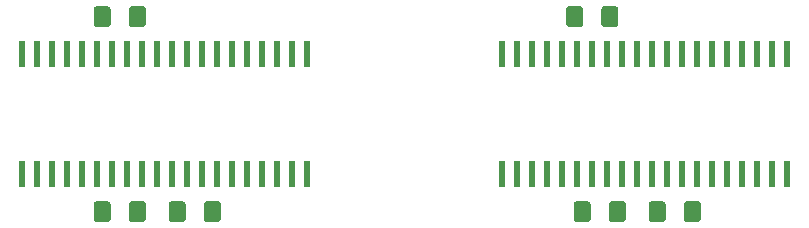
<source format=gtp>
G04 #@! TF.GenerationSoftware,KiCad,Pcbnew,(5.1.2-1)-1*
G04 #@! TF.CreationDate,2019-06-02T15:15:07+01:00*
G04 #@! TF.ProjectId,DRAM Board,4452414d-2042-46f6-9172-642e6b696361,rev?*
G04 #@! TF.SameCoordinates,Original*
G04 #@! TF.FileFunction,Paste,Top*
G04 #@! TF.FilePolarity,Positive*
%FSLAX46Y46*%
G04 Gerber Fmt 4.6, Leading zero omitted, Abs format (unit mm)*
G04 Created by KiCad (PCBNEW (5.1.2-1)-1) date 2019-06-02 15:15:07*
%MOMM*%
%LPD*%
G04 APERTURE LIST*
%ADD10C,0.100000*%
%ADD11C,1.425000*%
%ADD12R,0.500000X2.200000*%
G04 APERTURE END LIST*
D10*
G36*
X167909504Y-96281204D02*
G01*
X167933773Y-96284804D01*
X167957571Y-96290765D01*
X167980671Y-96299030D01*
X168002849Y-96309520D01*
X168023893Y-96322133D01*
X168043598Y-96336747D01*
X168061777Y-96353223D01*
X168078253Y-96371402D01*
X168092867Y-96391107D01*
X168105480Y-96412151D01*
X168115970Y-96434329D01*
X168124235Y-96457429D01*
X168130196Y-96481227D01*
X168133796Y-96505496D01*
X168135000Y-96530000D01*
X168135000Y-97780000D01*
X168133796Y-97804504D01*
X168130196Y-97828773D01*
X168124235Y-97852571D01*
X168115970Y-97875671D01*
X168105480Y-97897849D01*
X168092867Y-97918893D01*
X168078253Y-97938598D01*
X168061777Y-97956777D01*
X168043598Y-97973253D01*
X168023893Y-97987867D01*
X168002849Y-98000480D01*
X167980671Y-98010970D01*
X167957571Y-98019235D01*
X167933773Y-98025196D01*
X167909504Y-98028796D01*
X167885000Y-98030000D01*
X166960000Y-98030000D01*
X166935496Y-98028796D01*
X166911227Y-98025196D01*
X166887429Y-98019235D01*
X166864329Y-98010970D01*
X166842151Y-98000480D01*
X166821107Y-97987867D01*
X166801402Y-97973253D01*
X166783223Y-97956777D01*
X166766747Y-97938598D01*
X166752133Y-97918893D01*
X166739520Y-97897849D01*
X166729030Y-97875671D01*
X166720765Y-97852571D01*
X166714804Y-97828773D01*
X166711204Y-97804504D01*
X166710000Y-97780000D01*
X166710000Y-96530000D01*
X166711204Y-96505496D01*
X166714804Y-96481227D01*
X166720765Y-96457429D01*
X166729030Y-96434329D01*
X166739520Y-96412151D01*
X166752133Y-96391107D01*
X166766747Y-96371402D01*
X166783223Y-96353223D01*
X166801402Y-96336747D01*
X166821107Y-96322133D01*
X166842151Y-96309520D01*
X166864329Y-96299030D01*
X166887429Y-96290765D01*
X166911227Y-96284804D01*
X166935496Y-96281204D01*
X166960000Y-96280000D01*
X167885000Y-96280000D01*
X167909504Y-96281204D01*
X167909504Y-96281204D01*
G37*
D11*
X167422500Y-97155000D03*
D10*
G36*
X170884504Y-96281204D02*
G01*
X170908773Y-96284804D01*
X170932571Y-96290765D01*
X170955671Y-96299030D01*
X170977849Y-96309520D01*
X170998893Y-96322133D01*
X171018598Y-96336747D01*
X171036777Y-96353223D01*
X171053253Y-96371402D01*
X171067867Y-96391107D01*
X171080480Y-96412151D01*
X171090970Y-96434329D01*
X171099235Y-96457429D01*
X171105196Y-96481227D01*
X171108796Y-96505496D01*
X171110000Y-96530000D01*
X171110000Y-97780000D01*
X171108796Y-97804504D01*
X171105196Y-97828773D01*
X171099235Y-97852571D01*
X171090970Y-97875671D01*
X171080480Y-97897849D01*
X171067867Y-97918893D01*
X171053253Y-97938598D01*
X171036777Y-97956777D01*
X171018598Y-97973253D01*
X170998893Y-97987867D01*
X170977849Y-98000480D01*
X170955671Y-98010970D01*
X170932571Y-98019235D01*
X170908773Y-98025196D01*
X170884504Y-98028796D01*
X170860000Y-98030000D01*
X169935000Y-98030000D01*
X169910496Y-98028796D01*
X169886227Y-98025196D01*
X169862429Y-98019235D01*
X169839329Y-98010970D01*
X169817151Y-98000480D01*
X169796107Y-97987867D01*
X169776402Y-97973253D01*
X169758223Y-97956777D01*
X169741747Y-97938598D01*
X169727133Y-97918893D01*
X169714520Y-97897849D01*
X169704030Y-97875671D01*
X169695765Y-97852571D01*
X169689804Y-97828773D01*
X169686204Y-97804504D01*
X169685000Y-97780000D01*
X169685000Y-96530000D01*
X169686204Y-96505496D01*
X169689804Y-96481227D01*
X169695765Y-96457429D01*
X169704030Y-96434329D01*
X169714520Y-96412151D01*
X169727133Y-96391107D01*
X169741747Y-96371402D01*
X169758223Y-96353223D01*
X169776402Y-96336747D01*
X169796107Y-96322133D01*
X169817151Y-96309520D01*
X169839329Y-96299030D01*
X169862429Y-96290765D01*
X169886227Y-96284804D01*
X169910496Y-96281204D01*
X169935000Y-96280000D01*
X170860000Y-96280000D01*
X170884504Y-96281204D01*
X170884504Y-96281204D01*
G37*
D11*
X170397500Y-97155000D03*
D10*
G36*
X174259504Y-96281204D02*
G01*
X174283773Y-96284804D01*
X174307571Y-96290765D01*
X174330671Y-96299030D01*
X174352849Y-96309520D01*
X174373893Y-96322133D01*
X174393598Y-96336747D01*
X174411777Y-96353223D01*
X174428253Y-96371402D01*
X174442867Y-96391107D01*
X174455480Y-96412151D01*
X174465970Y-96434329D01*
X174474235Y-96457429D01*
X174480196Y-96481227D01*
X174483796Y-96505496D01*
X174485000Y-96530000D01*
X174485000Y-97780000D01*
X174483796Y-97804504D01*
X174480196Y-97828773D01*
X174474235Y-97852571D01*
X174465970Y-97875671D01*
X174455480Y-97897849D01*
X174442867Y-97918893D01*
X174428253Y-97938598D01*
X174411777Y-97956777D01*
X174393598Y-97973253D01*
X174373893Y-97987867D01*
X174352849Y-98000480D01*
X174330671Y-98010970D01*
X174307571Y-98019235D01*
X174283773Y-98025196D01*
X174259504Y-98028796D01*
X174235000Y-98030000D01*
X173310000Y-98030000D01*
X173285496Y-98028796D01*
X173261227Y-98025196D01*
X173237429Y-98019235D01*
X173214329Y-98010970D01*
X173192151Y-98000480D01*
X173171107Y-97987867D01*
X173151402Y-97973253D01*
X173133223Y-97956777D01*
X173116747Y-97938598D01*
X173102133Y-97918893D01*
X173089520Y-97897849D01*
X173079030Y-97875671D01*
X173070765Y-97852571D01*
X173064804Y-97828773D01*
X173061204Y-97804504D01*
X173060000Y-97780000D01*
X173060000Y-96530000D01*
X173061204Y-96505496D01*
X173064804Y-96481227D01*
X173070765Y-96457429D01*
X173079030Y-96434329D01*
X173089520Y-96412151D01*
X173102133Y-96391107D01*
X173116747Y-96371402D01*
X173133223Y-96353223D01*
X173151402Y-96336747D01*
X173171107Y-96322133D01*
X173192151Y-96309520D01*
X173214329Y-96299030D01*
X173237429Y-96290765D01*
X173261227Y-96284804D01*
X173285496Y-96281204D01*
X173310000Y-96280000D01*
X174235000Y-96280000D01*
X174259504Y-96281204D01*
X174259504Y-96281204D01*
G37*
D11*
X173772500Y-97155000D03*
D10*
G36*
X177234504Y-96281204D02*
G01*
X177258773Y-96284804D01*
X177282571Y-96290765D01*
X177305671Y-96299030D01*
X177327849Y-96309520D01*
X177348893Y-96322133D01*
X177368598Y-96336747D01*
X177386777Y-96353223D01*
X177403253Y-96371402D01*
X177417867Y-96391107D01*
X177430480Y-96412151D01*
X177440970Y-96434329D01*
X177449235Y-96457429D01*
X177455196Y-96481227D01*
X177458796Y-96505496D01*
X177460000Y-96530000D01*
X177460000Y-97780000D01*
X177458796Y-97804504D01*
X177455196Y-97828773D01*
X177449235Y-97852571D01*
X177440970Y-97875671D01*
X177430480Y-97897849D01*
X177417867Y-97918893D01*
X177403253Y-97938598D01*
X177386777Y-97956777D01*
X177368598Y-97973253D01*
X177348893Y-97987867D01*
X177327849Y-98000480D01*
X177305671Y-98010970D01*
X177282571Y-98019235D01*
X177258773Y-98025196D01*
X177234504Y-98028796D01*
X177210000Y-98030000D01*
X176285000Y-98030000D01*
X176260496Y-98028796D01*
X176236227Y-98025196D01*
X176212429Y-98019235D01*
X176189329Y-98010970D01*
X176167151Y-98000480D01*
X176146107Y-97987867D01*
X176126402Y-97973253D01*
X176108223Y-97956777D01*
X176091747Y-97938598D01*
X176077133Y-97918893D01*
X176064520Y-97897849D01*
X176054030Y-97875671D01*
X176045765Y-97852571D01*
X176039804Y-97828773D01*
X176036204Y-97804504D01*
X176035000Y-97780000D01*
X176035000Y-96530000D01*
X176036204Y-96505496D01*
X176039804Y-96481227D01*
X176045765Y-96457429D01*
X176054030Y-96434329D01*
X176064520Y-96412151D01*
X176077133Y-96391107D01*
X176091747Y-96371402D01*
X176108223Y-96353223D01*
X176126402Y-96336747D01*
X176146107Y-96322133D01*
X176167151Y-96309520D01*
X176189329Y-96299030D01*
X176212429Y-96290765D01*
X176236227Y-96284804D01*
X176260496Y-96281204D01*
X176285000Y-96280000D01*
X177210000Y-96280000D01*
X177234504Y-96281204D01*
X177234504Y-96281204D01*
G37*
D11*
X176747500Y-97155000D03*
D10*
G36*
X167909504Y-79771204D02*
G01*
X167933773Y-79774804D01*
X167957571Y-79780765D01*
X167980671Y-79789030D01*
X168002849Y-79799520D01*
X168023893Y-79812133D01*
X168043598Y-79826747D01*
X168061777Y-79843223D01*
X168078253Y-79861402D01*
X168092867Y-79881107D01*
X168105480Y-79902151D01*
X168115970Y-79924329D01*
X168124235Y-79947429D01*
X168130196Y-79971227D01*
X168133796Y-79995496D01*
X168135000Y-80020000D01*
X168135000Y-81270000D01*
X168133796Y-81294504D01*
X168130196Y-81318773D01*
X168124235Y-81342571D01*
X168115970Y-81365671D01*
X168105480Y-81387849D01*
X168092867Y-81408893D01*
X168078253Y-81428598D01*
X168061777Y-81446777D01*
X168043598Y-81463253D01*
X168023893Y-81477867D01*
X168002849Y-81490480D01*
X167980671Y-81500970D01*
X167957571Y-81509235D01*
X167933773Y-81515196D01*
X167909504Y-81518796D01*
X167885000Y-81520000D01*
X166960000Y-81520000D01*
X166935496Y-81518796D01*
X166911227Y-81515196D01*
X166887429Y-81509235D01*
X166864329Y-81500970D01*
X166842151Y-81490480D01*
X166821107Y-81477867D01*
X166801402Y-81463253D01*
X166783223Y-81446777D01*
X166766747Y-81428598D01*
X166752133Y-81408893D01*
X166739520Y-81387849D01*
X166729030Y-81365671D01*
X166720765Y-81342571D01*
X166714804Y-81318773D01*
X166711204Y-81294504D01*
X166710000Y-81270000D01*
X166710000Y-80020000D01*
X166711204Y-79995496D01*
X166714804Y-79971227D01*
X166720765Y-79947429D01*
X166729030Y-79924329D01*
X166739520Y-79902151D01*
X166752133Y-79881107D01*
X166766747Y-79861402D01*
X166783223Y-79843223D01*
X166801402Y-79826747D01*
X166821107Y-79812133D01*
X166842151Y-79799520D01*
X166864329Y-79789030D01*
X166887429Y-79780765D01*
X166911227Y-79774804D01*
X166935496Y-79771204D01*
X166960000Y-79770000D01*
X167885000Y-79770000D01*
X167909504Y-79771204D01*
X167909504Y-79771204D01*
G37*
D11*
X167422500Y-80645000D03*
D10*
G36*
X170884504Y-79771204D02*
G01*
X170908773Y-79774804D01*
X170932571Y-79780765D01*
X170955671Y-79789030D01*
X170977849Y-79799520D01*
X170998893Y-79812133D01*
X171018598Y-79826747D01*
X171036777Y-79843223D01*
X171053253Y-79861402D01*
X171067867Y-79881107D01*
X171080480Y-79902151D01*
X171090970Y-79924329D01*
X171099235Y-79947429D01*
X171105196Y-79971227D01*
X171108796Y-79995496D01*
X171110000Y-80020000D01*
X171110000Y-81270000D01*
X171108796Y-81294504D01*
X171105196Y-81318773D01*
X171099235Y-81342571D01*
X171090970Y-81365671D01*
X171080480Y-81387849D01*
X171067867Y-81408893D01*
X171053253Y-81428598D01*
X171036777Y-81446777D01*
X171018598Y-81463253D01*
X170998893Y-81477867D01*
X170977849Y-81490480D01*
X170955671Y-81500970D01*
X170932571Y-81509235D01*
X170908773Y-81515196D01*
X170884504Y-81518796D01*
X170860000Y-81520000D01*
X169935000Y-81520000D01*
X169910496Y-81518796D01*
X169886227Y-81515196D01*
X169862429Y-81509235D01*
X169839329Y-81500970D01*
X169817151Y-81490480D01*
X169796107Y-81477867D01*
X169776402Y-81463253D01*
X169758223Y-81446777D01*
X169741747Y-81428598D01*
X169727133Y-81408893D01*
X169714520Y-81387849D01*
X169704030Y-81365671D01*
X169695765Y-81342571D01*
X169689804Y-81318773D01*
X169686204Y-81294504D01*
X169685000Y-81270000D01*
X169685000Y-80020000D01*
X169686204Y-79995496D01*
X169689804Y-79971227D01*
X169695765Y-79947429D01*
X169704030Y-79924329D01*
X169714520Y-79902151D01*
X169727133Y-79881107D01*
X169741747Y-79861402D01*
X169758223Y-79843223D01*
X169776402Y-79826747D01*
X169796107Y-79812133D01*
X169817151Y-79799520D01*
X169839329Y-79789030D01*
X169862429Y-79780765D01*
X169886227Y-79774804D01*
X169910496Y-79771204D01*
X169935000Y-79770000D01*
X170860000Y-79770000D01*
X170884504Y-79771204D01*
X170884504Y-79771204D01*
G37*
D11*
X170397500Y-80645000D03*
D10*
G36*
X211524504Y-96281204D02*
G01*
X211548773Y-96284804D01*
X211572571Y-96290765D01*
X211595671Y-96299030D01*
X211617849Y-96309520D01*
X211638893Y-96322133D01*
X211658598Y-96336747D01*
X211676777Y-96353223D01*
X211693253Y-96371402D01*
X211707867Y-96391107D01*
X211720480Y-96412151D01*
X211730970Y-96434329D01*
X211739235Y-96457429D01*
X211745196Y-96481227D01*
X211748796Y-96505496D01*
X211750000Y-96530000D01*
X211750000Y-97780000D01*
X211748796Y-97804504D01*
X211745196Y-97828773D01*
X211739235Y-97852571D01*
X211730970Y-97875671D01*
X211720480Y-97897849D01*
X211707867Y-97918893D01*
X211693253Y-97938598D01*
X211676777Y-97956777D01*
X211658598Y-97973253D01*
X211638893Y-97987867D01*
X211617849Y-98000480D01*
X211595671Y-98010970D01*
X211572571Y-98019235D01*
X211548773Y-98025196D01*
X211524504Y-98028796D01*
X211500000Y-98030000D01*
X210575000Y-98030000D01*
X210550496Y-98028796D01*
X210526227Y-98025196D01*
X210502429Y-98019235D01*
X210479329Y-98010970D01*
X210457151Y-98000480D01*
X210436107Y-97987867D01*
X210416402Y-97973253D01*
X210398223Y-97956777D01*
X210381747Y-97938598D01*
X210367133Y-97918893D01*
X210354520Y-97897849D01*
X210344030Y-97875671D01*
X210335765Y-97852571D01*
X210329804Y-97828773D01*
X210326204Y-97804504D01*
X210325000Y-97780000D01*
X210325000Y-96530000D01*
X210326204Y-96505496D01*
X210329804Y-96481227D01*
X210335765Y-96457429D01*
X210344030Y-96434329D01*
X210354520Y-96412151D01*
X210367133Y-96391107D01*
X210381747Y-96371402D01*
X210398223Y-96353223D01*
X210416402Y-96336747D01*
X210436107Y-96322133D01*
X210457151Y-96309520D01*
X210479329Y-96299030D01*
X210502429Y-96290765D01*
X210526227Y-96284804D01*
X210550496Y-96281204D01*
X210575000Y-96280000D01*
X211500000Y-96280000D01*
X211524504Y-96281204D01*
X211524504Y-96281204D01*
G37*
D11*
X211037500Y-97155000D03*
D10*
G36*
X208549504Y-96281204D02*
G01*
X208573773Y-96284804D01*
X208597571Y-96290765D01*
X208620671Y-96299030D01*
X208642849Y-96309520D01*
X208663893Y-96322133D01*
X208683598Y-96336747D01*
X208701777Y-96353223D01*
X208718253Y-96371402D01*
X208732867Y-96391107D01*
X208745480Y-96412151D01*
X208755970Y-96434329D01*
X208764235Y-96457429D01*
X208770196Y-96481227D01*
X208773796Y-96505496D01*
X208775000Y-96530000D01*
X208775000Y-97780000D01*
X208773796Y-97804504D01*
X208770196Y-97828773D01*
X208764235Y-97852571D01*
X208755970Y-97875671D01*
X208745480Y-97897849D01*
X208732867Y-97918893D01*
X208718253Y-97938598D01*
X208701777Y-97956777D01*
X208683598Y-97973253D01*
X208663893Y-97987867D01*
X208642849Y-98000480D01*
X208620671Y-98010970D01*
X208597571Y-98019235D01*
X208573773Y-98025196D01*
X208549504Y-98028796D01*
X208525000Y-98030000D01*
X207600000Y-98030000D01*
X207575496Y-98028796D01*
X207551227Y-98025196D01*
X207527429Y-98019235D01*
X207504329Y-98010970D01*
X207482151Y-98000480D01*
X207461107Y-97987867D01*
X207441402Y-97973253D01*
X207423223Y-97956777D01*
X207406747Y-97938598D01*
X207392133Y-97918893D01*
X207379520Y-97897849D01*
X207369030Y-97875671D01*
X207360765Y-97852571D01*
X207354804Y-97828773D01*
X207351204Y-97804504D01*
X207350000Y-97780000D01*
X207350000Y-96530000D01*
X207351204Y-96505496D01*
X207354804Y-96481227D01*
X207360765Y-96457429D01*
X207369030Y-96434329D01*
X207379520Y-96412151D01*
X207392133Y-96391107D01*
X207406747Y-96371402D01*
X207423223Y-96353223D01*
X207441402Y-96336747D01*
X207461107Y-96322133D01*
X207482151Y-96309520D01*
X207504329Y-96299030D01*
X207527429Y-96290765D01*
X207551227Y-96284804D01*
X207575496Y-96281204D01*
X207600000Y-96280000D01*
X208525000Y-96280000D01*
X208549504Y-96281204D01*
X208549504Y-96281204D01*
G37*
D11*
X208062500Y-97155000D03*
D10*
G36*
X217874504Y-96281204D02*
G01*
X217898773Y-96284804D01*
X217922571Y-96290765D01*
X217945671Y-96299030D01*
X217967849Y-96309520D01*
X217988893Y-96322133D01*
X218008598Y-96336747D01*
X218026777Y-96353223D01*
X218043253Y-96371402D01*
X218057867Y-96391107D01*
X218070480Y-96412151D01*
X218080970Y-96434329D01*
X218089235Y-96457429D01*
X218095196Y-96481227D01*
X218098796Y-96505496D01*
X218100000Y-96530000D01*
X218100000Y-97780000D01*
X218098796Y-97804504D01*
X218095196Y-97828773D01*
X218089235Y-97852571D01*
X218080970Y-97875671D01*
X218070480Y-97897849D01*
X218057867Y-97918893D01*
X218043253Y-97938598D01*
X218026777Y-97956777D01*
X218008598Y-97973253D01*
X217988893Y-97987867D01*
X217967849Y-98000480D01*
X217945671Y-98010970D01*
X217922571Y-98019235D01*
X217898773Y-98025196D01*
X217874504Y-98028796D01*
X217850000Y-98030000D01*
X216925000Y-98030000D01*
X216900496Y-98028796D01*
X216876227Y-98025196D01*
X216852429Y-98019235D01*
X216829329Y-98010970D01*
X216807151Y-98000480D01*
X216786107Y-97987867D01*
X216766402Y-97973253D01*
X216748223Y-97956777D01*
X216731747Y-97938598D01*
X216717133Y-97918893D01*
X216704520Y-97897849D01*
X216694030Y-97875671D01*
X216685765Y-97852571D01*
X216679804Y-97828773D01*
X216676204Y-97804504D01*
X216675000Y-97780000D01*
X216675000Y-96530000D01*
X216676204Y-96505496D01*
X216679804Y-96481227D01*
X216685765Y-96457429D01*
X216694030Y-96434329D01*
X216704520Y-96412151D01*
X216717133Y-96391107D01*
X216731747Y-96371402D01*
X216748223Y-96353223D01*
X216766402Y-96336747D01*
X216786107Y-96322133D01*
X216807151Y-96309520D01*
X216829329Y-96299030D01*
X216852429Y-96290765D01*
X216876227Y-96284804D01*
X216900496Y-96281204D01*
X216925000Y-96280000D01*
X217850000Y-96280000D01*
X217874504Y-96281204D01*
X217874504Y-96281204D01*
G37*
D11*
X217387500Y-97155000D03*
D10*
G36*
X214899504Y-96281204D02*
G01*
X214923773Y-96284804D01*
X214947571Y-96290765D01*
X214970671Y-96299030D01*
X214992849Y-96309520D01*
X215013893Y-96322133D01*
X215033598Y-96336747D01*
X215051777Y-96353223D01*
X215068253Y-96371402D01*
X215082867Y-96391107D01*
X215095480Y-96412151D01*
X215105970Y-96434329D01*
X215114235Y-96457429D01*
X215120196Y-96481227D01*
X215123796Y-96505496D01*
X215125000Y-96530000D01*
X215125000Y-97780000D01*
X215123796Y-97804504D01*
X215120196Y-97828773D01*
X215114235Y-97852571D01*
X215105970Y-97875671D01*
X215095480Y-97897849D01*
X215082867Y-97918893D01*
X215068253Y-97938598D01*
X215051777Y-97956777D01*
X215033598Y-97973253D01*
X215013893Y-97987867D01*
X214992849Y-98000480D01*
X214970671Y-98010970D01*
X214947571Y-98019235D01*
X214923773Y-98025196D01*
X214899504Y-98028796D01*
X214875000Y-98030000D01*
X213950000Y-98030000D01*
X213925496Y-98028796D01*
X213901227Y-98025196D01*
X213877429Y-98019235D01*
X213854329Y-98010970D01*
X213832151Y-98000480D01*
X213811107Y-97987867D01*
X213791402Y-97973253D01*
X213773223Y-97956777D01*
X213756747Y-97938598D01*
X213742133Y-97918893D01*
X213729520Y-97897849D01*
X213719030Y-97875671D01*
X213710765Y-97852571D01*
X213704804Y-97828773D01*
X213701204Y-97804504D01*
X213700000Y-97780000D01*
X213700000Y-96530000D01*
X213701204Y-96505496D01*
X213704804Y-96481227D01*
X213710765Y-96457429D01*
X213719030Y-96434329D01*
X213729520Y-96412151D01*
X213742133Y-96391107D01*
X213756747Y-96371402D01*
X213773223Y-96353223D01*
X213791402Y-96336747D01*
X213811107Y-96322133D01*
X213832151Y-96309520D01*
X213854329Y-96299030D01*
X213877429Y-96290765D01*
X213901227Y-96284804D01*
X213925496Y-96281204D01*
X213950000Y-96280000D01*
X214875000Y-96280000D01*
X214899504Y-96281204D01*
X214899504Y-96281204D01*
G37*
D11*
X214412500Y-97155000D03*
D10*
G36*
X210889504Y-79771204D02*
G01*
X210913773Y-79774804D01*
X210937571Y-79780765D01*
X210960671Y-79789030D01*
X210982849Y-79799520D01*
X211003893Y-79812133D01*
X211023598Y-79826747D01*
X211041777Y-79843223D01*
X211058253Y-79861402D01*
X211072867Y-79881107D01*
X211085480Y-79902151D01*
X211095970Y-79924329D01*
X211104235Y-79947429D01*
X211110196Y-79971227D01*
X211113796Y-79995496D01*
X211115000Y-80020000D01*
X211115000Y-81270000D01*
X211113796Y-81294504D01*
X211110196Y-81318773D01*
X211104235Y-81342571D01*
X211095970Y-81365671D01*
X211085480Y-81387849D01*
X211072867Y-81408893D01*
X211058253Y-81428598D01*
X211041777Y-81446777D01*
X211023598Y-81463253D01*
X211003893Y-81477867D01*
X210982849Y-81490480D01*
X210960671Y-81500970D01*
X210937571Y-81509235D01*
X210913773Y-81515196D01*
X210889504Y-81518796D01*
X210865000Y-81520000D01*
X209940000Y-81520000D01*
X209915496Y-81518796D01*
X209891227Y-81515196D01*
X209867429Y-81509235D01*
X209844329Y-81500970D01*
X209822151Y-81490480D01*
X209801107Y-81477867D01*
X209781402Y-81463253D01*
X209763223Y-81446777D01*
X209746747Y-81428598D01*
X209732133Y-81408893D01*
X209719520Y-81387849D01*
X209709030Y-81365671D01*
X209700765Y-81342571D01*
X209694804Y-81318773D01*
X209691204Y-81294504D01*
X209690000Y-81270000D01*
X209690000Y-80020000D01*
X209691204Y-79995496D01*
X209694804Y-79971227D01*
X209700765Y-79947429D01*
X209709030Y-79924329D01*
X209719520Y-79902151D01*
X209732133Y-79881107D01*
X209746747Y-79861402D01*
X209763223Y-79843223D01*
X209781402Y-79826747D01*
X209801107Y-79812133D01*
X209822151Y-79799520D01*
X209844329Y-79789030D01*
X209867429Y-79780765D01*
X209891227Y-79774804D01*
X209915496Y-79771204D01*
X209940000Y-79770000D01*
X210865000Y-79770000D01*
X210889504Y-79771204D01*
X210889504Y-79771204D01*
G37*
D11*
X210402500Y-80645000D03*
D10*
G36*
X207914504Y-79771204D02*
G01*
X207938773Y-79774804D01*
X207962571Y-79780765D01*
X207985671Y-79789030D01*
X208007849Y-79799520D01*
X208028893Y-79812133D01*
X208048598Y-79826747D01*
X208066777Y-79843223D01*
X208083253Y-79861402D01*
X208097867Y-79881107D01*
X208110480Y-79902151D01*
X208120970Y-79924329D01*
X208129235Y-79947429D01*
X208135196Y-79971227D01*
X208138796Y-79995496D01*
X208140000Y-80020000D01*
X208140000Y-81270000D01*
X208138796Y-81294504D01*
X208135196Y-81318773D01*
X208129235Y-81342571D01*
X208120970Y-81365671D01*
X208110480Y-81387849D01*
X208097867Y-81408893D01*
X208083253Y-81428598D01*
X208066777Y-81446777D01*
X208048598Y-81463253D01*
X208028893Y-81477867D01*
X208007849Y-81490480D01*
X207985671Y-81500970D01*
X207962571Y-81509235D01*
X207938773Y-81515196D01*
X207914504Y-81518796D01*
X207890000Y-81520000D01*
X206965000Y-81520000D01*
X206940496Y-81518796D01*
X206916227Y-81515196D01*
X206892429Y-81509235D01*
X206869329Y-81500970D01*
X206847151Y-81490480D01*
X206826107Y-81477867D01*
X206806402Y-81463253D01*
X206788223Y-81446777D01*
X206771747Y-81428598D01*
X206757133Y-81408893D01*
X206744520Y-81387849D01*
X206734030Y-81365671D01*
X206725765Y-81342571D01*
X206719804Y-81318773D01*
X206716204Y-81294504D01*
X206715000Y-81270000D01*
X206715000Y-80020000D01*
X206716204Y-79995496D01*
X206719804Y-79971227D01*
X206725765Y-79947429D01*
X206734030Y-79924329D01*
X206744520Y-79902151D01*
X206757133Y-79881107D01*
X206771747Y-79861402D01*
X206788223Y-79843223D01*
X206806402Y-79826747D01*
X206826107Y-79812133D01*
X206847151Y-79799520D01*
X206869329Y-79789030D01*
X206892429Y-79780765D01*
X206916227Y-79774804D01*
X206940496Y-79771204D01*
X206965000Y-79770000D01*
X207890000Y-79770000D01*
X207914504Y-79771204D01*
X207914504Y-79771204D01*
G37*
D11*
X207427500Y-80645000D03*
D12*
X160655000Y-83820000D03*
X160655000Y-93980000D03*
X161925000Y-83820000D03*
X161925000Y-93980000D03*
X163195000Y-83820000D03*
X163195000Y-93980000D03*
X164465000Y-83820000D03*
X164465000Y-93980000D03*
X165735000Y-83820000D03*
X165735000Y-93980000D03*
X167005000Y-83820000D03*
X167005000Y-93980000D03*
X168275000Y-83820000D03*
X168275000Y-93980000D03*
X169545000Y-83820000D03*
X169545000Y-93980000D03*
X170815000Y-83820000D03*
X170815000Y-93980000D03*
X172085000Y-83820000D03*
X172085000Y-93980000D03*
X173355000Y-83820000D03*
X173355000Y-93980000D03*
X174625000Y-83820000D03*
X174625000Y-93980000D03*
X175895000Y-83820000D03*
X175895000Y-93980000D03*
X177165000Y-83820000D03*
X177165000Y-93980000D03*
X178435000Y-83820000D03*
X178435000Y-93980000D03*
X179705000Y-83820000D03*
X179705000Y-93980000D03*
X180975000Y-83820000D03*
X180975000Y-93980000D03*
X182245000Y-83820000D03*
X182245000Y-93980000D03*
X183515000Y-83820000D03*
X183515000Y-93980000D03*
X184785000Y-83820000D03*
X184785000Y-93980000D03*
X225425000Y-93980000D03*
X225425000Y-83820000D03*
X224155000Y-93980000D03*
X224155000Y-83820000D03*
X222885000Y-93980000D03*
X222885000Y-83820000D03*
X221615000Y-93980000D03*
X221615000Y-83820000D03*
X220345000Y-93980000D03*
X220345000Y-83820000D03*
X219075000Y-93980000D03*
X219075000Y-83820000D03*
X217805000Y-93980000D03*
X217805000Y-83820000D03*
X216535000Y-93980000D03*
X216535000Y-83820000D03*
X215265000Y-93980000D03*
X215265000Y-83820000D03*
X213995000Y-93980000D03*
X213995000Y-83820000D03*
X212725000Y-93980000D03*
X212725000Y-83820000D03*
X211455000Y-93980000D03*
X211455000Y-83820000D03*
X210185000Y-93980000D03*
X210185000Y-83820000D03*
X208915000Y-93980000D03*
X208915000Y-83820000D03*
X207645000Y-93980000D03*
X207645000Y-83820000D03*
X206375000Y-93980000D03*
X206375000Y-83820000D03*
X205105000Y-93980000D03*
X205105000Y-83820000D03*
X203835000Y-93980000D03*
X203835000Y-83820000D03*
X202565000Y-93980000D03*
X202565000Y-83820000D03*
X201295000Y-93980000D03*
X201295000Y-83820000D03*
M02*

</source>
